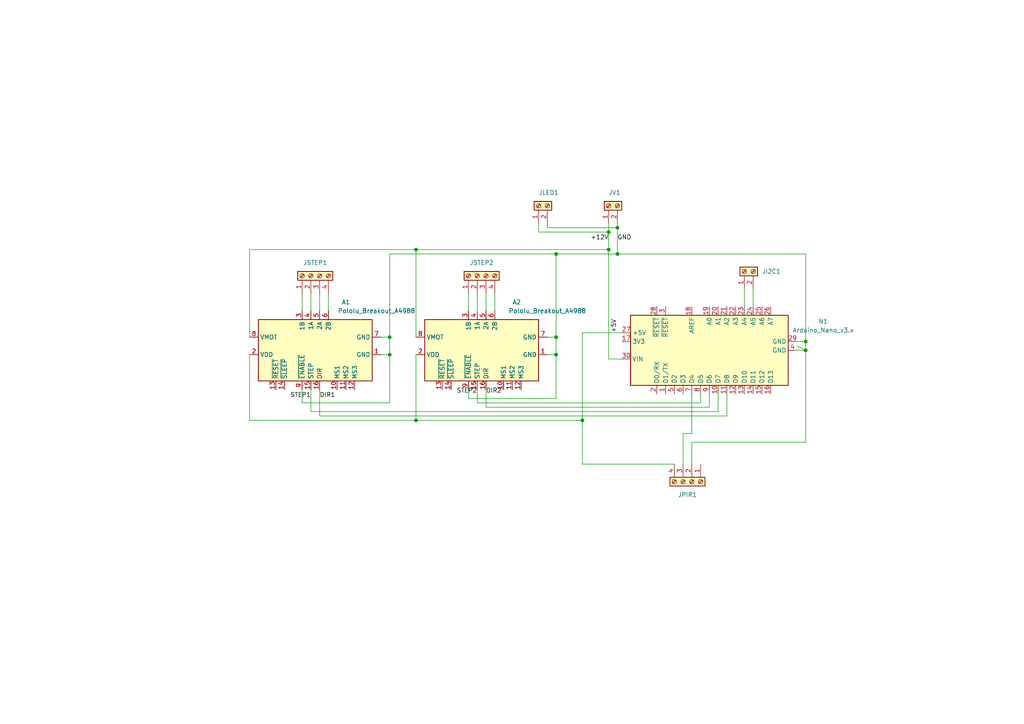
<source format=kicad_sch>
(kicad_sch (version 20211123) (generator eeschema)

  (uuid 099b7ee1-bdc1-40c9-bf13-98025659074a)

  (paper "A4")

  (lib_symbols
    (symbol "Connector:Screw_Terminal_01x02" (pin_names (offset 1.016) hide) (in_bom yes) (on_board yes)
      (property "Reference" "J" (id 0) (at 0 2.54 0)
        (effects (font (size 1.27 1.27)))
      )
      (property "Value" "Screw_Terminal_01x02" (id 1) (at 0 -5.08 0)
        (effects (font (size 1.27 1.27)))
      )
      (property "Footprint" "" (id 2) (at 0 0 0)
        (effects (font (size 1.27 1.27)) hide)
      )
      (property "Datasheet" "~" (id 3) (at 0 0 0)
        (effects (font (size 1.27 1.27)) hide)
      )
      (property "ki_keywords" "screw terminal" (id 4) (at 0 0 0)
        (effects (font (size 1.27 1.27)) hide)
      )
      (property "ki_description" "Generic screw terminal, single row, 01x02, script generated (kicad-library-utils/schlib/autogen/connector/)" (id 5) (at 0 0 0)
        (effects (font (size 1.27 1.27)) hide)
      )
      (property "ki_fp_filters" "TerminalBlock*:*" (id 6) (at 0 0 0)
        (effects (font (size 1.27 1.27)) hide)
      )
      (symbol "Screw_Terminal_01x02_1_1"
        (rectangle (start -1.27 1.27) (end 1.27 -3.81)
          (stroke (width 0.254) (type default) (color 0 0 0 0))
          (fill (type background))
        )
        (circle (center 0 -2.54) (radius 0.635)
          (stroke (width 0.1524) (type default) (color 0 0 0 0))
          (fill (type none))
        )
        (polyline
          (pts
            (xy -0.5334 -2.2098)
            (xy 0.3302 -3.048)
          )
          (stroke (width 0.1524) (type default) (color 0 0 0 0))
          (fill (type none))
        )
        (polyline
          (pts
            (xy -0.5334 0.3302)
            (xy 0.3302 -0.508)
          )
          (stroke (width 0.1524) (type default) (color 0 0 0 0))
          (fill (type none))
        )
        (polyline
          (pts
            (xy -0.3556 -2.032)
            (xy 0.508 -2.8702)
          )
          (stroke (width 0.1524) (type default) (color 0 0 0 0))
          (fill (type none))
        )
        (polyline
          (pts
            (xy -0.3556 0.508)
            (xy 0.508 -0.3302)
          )
          (stroke (width 0.1524) (type default) (color 0 0 0 0))
          (fill (type none))
        )
        (circle (center 0 0) (radius 0.635)
          (stroke (width 0.1524) (type default) (color 0 0 0 0))
          (fill (type none))
        )
        (pin passive line (at -5.08 0 0) (length 3.81)
          (name "Pin_1" (effects (font (size 1.27 1.27))))
          (number "1" (effects (font (size 1.27 1.27))))
        )
        (pin passive line (at -5.08 -2.54 0) (length 3.81)
          (name "Pin_2" (effects (font (size 1.27 1.27))))
          (number "2" (effects (font (size 1.27 1.27))))
        )
      )
    )
    (symbol "Connector:Screw_Terminal_01x04" (pin_names (offset 1.016) hide) (in_bom yes) (on_board yes)
      (property "Reference" "J" (id 0) (at 0 5.08 0)
        (effects (font (size 1.27 1.27)))
      )
      (property "Value" "Screw_Terminal_01x04" (id 1) (at 0 -7.62 0)
        (effects (font (size 1.27 1.27)))
      )
      (property "Footprint" "" (id 2) (at 0 0 0)
        (effects (font (size 1.27 1.27)) hide)
      )
      (property "Datasheet" "~" (id 3) (at 0 0 0)
        (effects (font (size 1.27 1.27)) hide)
      )
      (property "ki_keywords" "screw terminal" (id 4) (at 0 0 0)
        (effects (font (size 1.27 1.27)) hide)
      )
      (property "ki_description" "Generic screw terminal, single row, 01x04, script generated (kicad-library-utils/schlib/autogen/connector/)" (id 5) (at 0 0 0)
        (effects (font (size 1.27 1.27)) hide)
      )
      (property "ki_fp_filters" "TerminalBlock*:*" (id 6) (at 0 0 0)
        (effects (font (size 1.27 1.27)) hide)
      )
      (symbol "Screw_Terminal_01x04_1_1"
        (rectangle (start -1.27 3.81) (end 1.27 -6.35)
          (stroke (width 0.254) (type default) (color 0 0 0 0))
          (fill (type background))
        )
        (circle (center 0 -5.08) (radius 0.635)
          (stroke (width 0.1524) (type default) (color 0 0 0 0))
          (fill (type none))
        )
        (circle (center 0 -2.54) (radius 0.635)
          (stroke (width 0.1524) (type default) (color 0 0 0 0))
          (fill (type none))
        )
        (polyline
          (pts
            (xy -0.5334 -4.7498)
            (xy 0.3302 -5.588)
          )
          (stroke (width 0.1524) (type default) (color 0 0 0 0))
          (fill (type none))
        )
        (polyline
          (pts
            (xy -0.5334 -2.2098)
            (xy 0.3302 -3.048)
          )
          (stroke (width 0.1524) (type default) (color 0 0 0 0))
          (fill (type none))
        )
        (polyline
          (pts
            (xy -0.5334 0.3302)
            (xy 0.3302 -0.508)
          )
          (stroke (width 0.1524) (type default) (color 0 0 0 0))
          (fill (type none))
        )
        (polyline
          (pts
            (xy -0.5334 2.8702)
            (xy 0.3302 2.032)
          )
          (stroke (width 0.1524) (type default) (color 0 0 0 0))
          (fill (type none))
        )
        (polyline
          (pts
            (xy -0.3556 -4.572)
            (xy 0.508 -5.4102)
          )
          (stroke (width 0.1524) (type default) (color 0 0 0 0))
          (fill (type none))
        )
        (polyline
          (pts
            (xy -0.3556 -2.032)
            (xy 0.508 -2.8702)
          )
          (stroke (width 0.1524) (type default) (color 0 0 0 0))
          (fill (type none))
        )
        (polyline
          (pts
            (xy -0.3556 0.508)
            (xy 0.508 -0.3302)
          )
          (stroke (width 0.1524) (type default) (color 0 0 0 0))
          (fill (type none))
        )
        (polyline
          (pts
            (xy -0.3556 3.048)
            (xy 0.508 2.2098)
          )
          (stroke (width 0.1524) (type default) (color 0 0 0 0))
          (fill (type none))
        )
        (circle (center 0 0) (radius 0.635)
          (stroke (width 0.1524) (type default) (color 0 0 0 0))
          (fill (type none))
        )
        (circle (center 0 2.54) (radius 0.635)
          (stroke (width 0.1524) (type default) (color 0 0 0 0))
          (fill (type none))
        )
        (pin passive line (at -5.08 2.54 0) (length 3.81)
          (name "Pin_1" (effects (font (size 1.27 1.27))))
          (number "1" (effects (font (size 1.27 1.27))))
        )
        (pin passive line (at -5.08 0 0) (length 3.81)
          (name "Pin_2" (effects (font (size 1.27 1.27))))
          (number "2" (effects (font (size 1.27 1.27))))
        )
        (pin passive line (at -5.08 -2.54 0) (length 3.81)
          (name "Pin_3" (effects (font (size 1.27 1.27))))
          (number "3" (effects (font (size 1.27 1.27))))
        )
        (pin passive line (at -5.08 -5.08 0) (length 3.81)
          (name "Pin_4" (effects (font (size 1.27 1.27))))
          (number "4" (effects (font (size 1.27 1.27))))
        )
      )
    )
    (symbol "Driver_Motor:Pololu_Breakout_A4988" (in_bom yes) (on_board yes)
      (property "Reference" "A" (id 0) (at -2.54 19.05 0)
        (effects (font (size 1.27 1.27)) (justify right))
      )
      (property "Value" "Pololu_Breakout_A4988" (id 1) (at -2.54 16.51 0)
        (effects (font (size 1.27 1.27)) (justify right))
      )
      (property "Footprint" "Module:Pololu_Breakout-16_15.2x20.3mm" (id 2) (at 6.985 -19.05 0)
        (effects (font (size 1.27 1.27)) (justify left) hide)
      )
      (property "Datasheet" "https://www.pololu.com/product/2980/pictures" (id 3) (at 2.54 -7.62 0)
        (effects (font (size 1.27 1.27)) hide)
      )
      (property "ki_keywords" "Pololu Breakout Board Stepper Driver A4988" (id 4) (at 0 0 0)
        (effects (font (size 1.27 1.27)) hide)
      )
      (property "ki_description" "Pololu Breakout Board, Stepper Driver A4988" (id 5) (at 0 0 0)
        (effects (font (size 1.27 1.27)) hide)
      )
      (property "ki_fp_filters" "Pololu*Breakout*15.2x20.3mm*" (id 6) (at 0 0 0)
        (effects (font (size 1.27 1.27)) hide)
      )
      (symbol "Pololu_Breakout_A4988_0_1"
        (rectangle (start 10.16 -17.78) (end -7.62 15.24)
          (stroke (width 0.254) (type default) (color 0 0 0 0))
          (fill (type background))
        )
      )
      (symbol "Pololu_Breakout_A4988_1_1"
        (pin power_in line (at 0 -20.32 90) (length 2.54)
          (name "GND" (effects (font (size 1.27 1.27))))
          (number "1" (effects (font (size 1.27 1.27))))
        )
        (pin input line (at -10.16 -7.62 0) (length 2.54)
          (name "MS1" (effects (font (size 1.27 1.27))))
          (number "10" (effects (font (size 1.27 1.27))))
        )
        (pin input line (at -10.16 -10.16 0) (length 2.54)
          (name "MS2" (effects (font (size 1.27 1.27))))
          (number "11" (effects (font (size 1.27 1.27))))
        )
        (pin input line (at -10.16 -12.7 0) (length 2.54)
          (name "MS3" (effects (font (size 1.27 1.27))))
          (number "12" (effects (font (size 1.27 1.27))))
        )
        (pin input line (at -10.16 10.16 0) (length 2.54)
          (name "~{RESET}" (effects (font (size 1.27 1.27))))
          (number "13" (effects (font (size 1.27 1.27))))
        )
        (pin input line (at -10.16 7.62 0) (length 2.54)
          (name "~{SLEEP}" (effects (font (size 1.27 1.27))))
          (number "14" (effects (font (size 1.27 1.27))))
        )
        (pin input line (at -10.16 0 0) (length 2.54)
          (name "STEP" (effects (font (size 1.27 1.27))))
          (number "15" (effects (font (size 1.27 1.27))))
        )
        (pin input line (at -10.16 -2.54 0) (length 2.54)
          (name "DIR" (effects (font (size 1.27 1.27))))
          (number "16" (effects (font (size 1.27 1.27))))
        )
        (pin power_in line (at 0 17.78 270) (length 2.54)
          (name "VDD" (effects (font (size 1.27 1.27))))
          (number "2" (effects (font (size 1.27 1.27))))
        )
        (pin output line (at 12.7 2.54 180) (length 2.54)
          (name "1B" (effects (font (size 1.27 1.27))))
          (number "3" (effects (font (size 1.27 1.27))))
        )
        (pin output line (at 12.7 0 180) (length 2.54)
          (name "1A" (effects (font (size 1.27 1.27))))
          (number "4" (effects (font (size 1.27 1.27))))
        )
        (pin output line (at 12.7 -2.54 180) (length 2.54)
          (name "2A" (effects (font (size 1.27 1.27))))
          (number "5" (effects (font (size 1.27 1.27))))
        )
        (pin output line (at 12.7 -5.08 180) (length 2.54)
          (name "2B" (effects (font (size 1.27 1.27))))
          (number "6" (effects (font (size 1.27 1.27))))
        )
        (pin power_in line (at 5.08 -20.32 90) (length 2.54)
          (name "GND" (effects (font (size 1.27 1.27))))
          (number "7" (effects (font (size 1.27 1.27))))
        )
        (pin power_in line (at 5.08 17.78 270) (length 2.54)
          (name "VMOT" (effects (font (size 1.27 1.27))))
          (number "8" (effects (font (size 1.27 1.27))))
        )
        (pin input line (at -10.16 2.54 0) (length 2.54)
          (name "~{ENABLE}" (effects (font (size 1.27 1.27))))
          (number "9" (effects (font (size 1.27 1.27))))
        )
      )
    )
    (symbol "MCU_Module:Arduino_Nano_v3.x" (in_bom yes) (on_board yes)
      (property "Reference" "A" (id 0) (at -10.16 23.495 0)
        (effects (font (size 1.27 1.27)) (justify left bottom))
      )
      (property "Value" "Arduino_Nano_v3.x" (id 1) (at 5.08 -24.13 0)
        (effects (font (size 1.27 1.27)) (justify left top))
      )
      (property "Footprint" "Module:Arduino_Nano" (id 2) (at 0 0 0)
        (effects (font (size 1.27 1.27) italic) hide)
      )
      (property "Datasheet" "http://www.mouser.com/pdfdocs/Gravitech_Arduino_Nano3_0.pdf" (id 3) (at 0 0 0)
        (effects (font (size 1.27 1.27)) hide)
      )
      (property "ki_keywords" "Arduino nano microcontroller module USB" (id 4) (at 0 0 0)
        (effects (font (size 1.27 1.27)) hide)
      )
      (property "ki_description" "Arduino Nano v3.x" (id 5) (at 0 0 0)
        (effects (font (size 1.27 1.27)) hide)
      )
      (property "ki_fp_filters" "Arduino*Nano*" (id 6) (at 0 0 0)
        (effects (font (size 1.27 1.27)) hide)
      )
      (symbol "Arduino_Nano_v3.x_0_1"
        (rectangle (start -10.16 22.86) (end 10.16 -22.86)
          (stroke (width 0.254) (type default) (color 0 0 0 0))
          (fill (type background))
        )
      )
      (symbol "Arduino_Nano_v3.x_1_1"
        (pin bidirectional line (at -12.7 12.7 0) (length 2.54)
          (name "D1/TX" (effects (font (size 1.27 1.27))))
          (number "1" (effects (font (size 1.27 1.27))))
        )
        (pin bidirectional line (at -12.7 -2.54 0) (length 2.54)
          (name "D7" (effects (font (size 1.27 1.27))))
          (number "10" (effects (font (size 1.27 1.27))))
        )
        (pin bidirectional line (at -12.7 -5.08 0) (length 2.54)
          (name "D8" (effects (font (size 1.27 1.27))))
          (number "11" (effects (font (size 1.27 1.27))))
        )
        (pin bidirectional line (at -12.7 -7.62 0) (length 2.54)
          (name "D9" (effects (font (size 1.27 1.27))))
          (number "12" (effects (font (size 1.27 1.27))))
        )
        (pin bidirectional line (at -12.7 -10.16 0) (length 2.54)
          (name "D10" (effects (font (size 1.27 1.27))))
          (number "13" (effects (font (size 1.27 1.27))))
        )
        (pin bidirectional line (at -12.7 -12.7 0) (length 2.54)
          (name "D11" (effects (font (size 1.27 1.27))))
          (number "14" (effects (font (size 1.27 1.27))))
        )
        (pin bidirectional line (at -12.7 -15.24 0) (length 2.54)
          (name "D12" (effects (font (size 1.27 1.27))))
          (number "15" (effects (font (size 1.27 1.27))))
        )
        (pin bidirectional line (at -12.7 -17.78 0) (length 2.54)
          (name "D13" (effects (font (size 1.27 1.27))))
          (number "16" (effects (font (size 1.27 1.27))))
        )
        (pin power_out line (at 2.54 25.4 270) (length 2.54)
          (name "3V3" (effects (font (size 1.27 1.27))))
          (number "17" (effects (font (size 1.27 1.27))))
        )
        (pin input line (at 12.7 5.08 180) (length 2.54)
          (name "AREF" (effects (font (size 1.27 1.27))))
          (number "18" (effects (font (size 1.27 1.27))))
        )
        (pin bidirectional line (at 12.7 0 180) (length 2.54)
          (name "A0" (effects (font (size 1.27 1.27))))
          (number "19" (effects (font (size 1.27 1.27))))
        )
        (pin bidirectional line (at -12.7 15.24 0) (length 2.54)
          (name "D0/RX" (effects (font (size 1.27 1.27))))
          (number "2" (effects (font (size 1.27 1.27))))
        )
        (pin bidirectional line (at 12.7 -2.54 180) (length 2.54)
          (name "A1" (effects (font (size 1.27 1.27))))
          (number "20" (effects (font (size 1.27 1.27))))
        )
        (pin bidirectional line (at 12.7 -5.08 180) (length 2.54)
          (name "A2" (effects (font (size 1.27 1.27))))
          (number "21" (effects (font (size 1.27 1.27))))
        )
        (pin bidirectional line (at 12.7 -7.62 180) (length 2.54)
          (name "A3" (effects (font (size 1.27 1.27))))
          (number "22" (effects (font (size 1.27 1.27))))
        )
        (pin bidirectional line (at 12.7 -10.16 180) (length 2.54)
          (name "A4" (effects (font (size 1.27 1.27))))
          (number "23" (effects (font (size 1.27 1.27))))
        )
        (pin bidirectional line (at 12.7 -12.7 180) (length 2.54)
          (name "A5" (effects (font (size 1.27 1.27))))
          (number "24" (effects (font (size 1.27 1.27))))
        )
        (pin bidirectional line (at 12.7 -15.24 180) (length 2.54)
          (name "A6" (effects (font (size 1.27 1.27))))
          (number "25" (effects (font (size 1.27 1.27))))
        )
        (pin bidirectional line (at 12.7 -17.78 180) (length 2.54)
          (name "A7" (effects (font (size 1.27 1.27))))
          (number "26" (effects (font (size 1.27 1.27))))
        )
        (pin power_out line (at 5.08 25.4 270) (length 2.54)
          (name "+5V" (effects (font (size 1.27 1.27))))
          (number "27" (effects (font (size 1.27 1.27))))
        )
        (pin input line (at 12.7 15.24 180) (length 2.54)
          (name "~{RESET}" (effects (font (size 1.27 1.27))))
          (number "28" (effects (font (size 1.27 1.27))))
        )
        (pin power_in line (at 2.54 -25.4 90) (length 2.54)
          (name "GND" (effects (font (size 1.27 1.27))))
          (number "29" (effects (font (size 1.27 1.27))))
        )
        (pin input line (at 12.7 12.7 180) (length 2.54)
          (name "~{RESET}" (effects (font (size 1.27 1.27))))
          (number "3" (effects (font (size 1.27 1.27))))
        )
        (pin power_in line (at -2.54 25.4 270) (length 2.54)
          (name "VIN" (effects (font (size 1.27 1.27))))
          (number "30" (effects (font (size 1.27 1.27))))
        )
        (pin power_in line (at 0 -25.4 90) (length 2.54)
          (name "GND" (effects (font (size 1.27 1.27))))
          (number "4" (effects (font (size 1.27 1.27))))
        )
        (pin bidirectional line (at -12.7 10.16 0) (length 2.54)
          (name "D2" (effects (font (size 1.27 1.27))))
          (number "5" (effects (font (size 1.27 1.27))))
        )
        (pin bidirectional line (at -12.7 7.62 0) (length 2.54)
          (name "D3" (effects (font (size 1.27 1.27))))
          (number "6" (effects (font (size 1.27 1.27))))
        )
        (pin bidirectional line (at -12.7 5.08 0) (length 2.54)
          (name "D4" (effects (font (size 1.27 1.27))))
          (number "7" (effects (font (size 1.27 1.27))))
        )
        (pin bidirectional line (at -12.7 2.54 0) (length 2.54)
          (name "D5" (effects (font (size 1.27 1.27))))
          (number "8" (effects (font (size 1.27 1.27))))
        )
        (pin bidirectional line (at -12.7 0 0) (length 2.54)
          (name "D6" (effects (font (size 1.27 1.27))))
          (number "9" (effects (font (size 1.27 1.27))))
        )
      )
    )
    (symbol "Screw_Terminal_01x02_1" (pin_names (offset 1.016) hide) (in_bom yes) (on_board yes)
      (property "Reference" "JV1" (id 0) (at 3.81 0 90)
        (effects (font (size 1.27 1.27)) (justify right))
      )
      (property "Value" "Screw_Terminal_01x02" (id 1) (at -1.2699 -5.08 90)
        (effects (font (size 1.27 1.27)) (justify right) hide)
      )
      (property "Footprint" "TerminalBlock:TerminalBlock_bornier-2_P5.08mm" (id 2) (at 7.62 5.08 0)
        (effects (font (size 1.27 1.27)) hide)
      )
      (property "Datasheet" "~" (id 3) (at 0 0 0)
        (effects (font (size 1.27 1.27)) hide)
      )
      (property "ki_keywords" "screw terminal" (id 4) (at 0 0 0)
        (effects (font (size 1.27 1.27)) hide)
      )
      (property "ki_description" "Generic screw terminal, single row, 01x02, script generated (kicad-library-utils/schlib/autogen/connector/)" (id 5) (at 0 0 0)
        (effects (font (size 1.27 1.27)) hide)
      )
      (property "ki_fp_filters" "TerminalBlock*:*" (id 6) (at 0 0 0)
        (effects (font (size 1.27 1.27)) hide)
      )
      (symbol "Screw_Terminal_01x02_1_1_1"
        (rectangle (start -1.27 1.27) (end 1.27 -3.81)
          (stroke (width 0.254) (type default) (color 0 0 0 0))
          (fill (type background))
        )
        (circle (center 0 -2.54) (radius 0.635)
          (stroke (width 0.1524) (type default) (color 0 0 0 0))
          (fill (type none))
        )
        (polyline
          (pts
            (xy -0.5334 -2.2098)
            (xy 0.3302 -3.048)
          )
          (stroke (width 0.1524) (type default) (color 0 0 0 0))
          (fill (type none))
        )
        (polyline
          (pts
            (xy -0.5334 0.3302)
            (xy 0.3302 -0.508)
          )
          (stroke (width 0.1524) (type default) (color 0 0 0 0))
          (fill (type none))
        )
        (polyline
          (pts
            (xy -0.3556 -2.032)
            (xy 0.508 -2.8702)
          )
          (stroke (width 0.1524) (type default) (color 0 0 0 0))
          (fill (type none))
        )
        (polyline
          (pts
            (xy -0.3556 0.508)
            (xy 0.508 -0.3302)
          )
          (stroke (width 0.1524) (type default) (color 0 0 0 0))
          (fill (type none))
        )
        (circle (center 0 0) (radius 0.635)
          (stroke (width 0.1524) (type default) (color 0 0 0 0))
          (fill (type none))
        )
        (pin power_out line (at -5.08 0 0) (length 3.81)
          (name "+12V" (effects (font (size 1.27 1.27))))
          (number "1" (effects (font (size 1.27 1.27))))
        )
        (pin power_out line (at -5.08 -2.54 0) (length 3.81)
          (name "GND" (effects (font (size 1.27 1.27))))
          (number "2" (effects (font (size 1.27 1.27))))
        )
      )
    )
  )

  (junction (at 179.07 66.04) (diameter 0) (color 0 0 0 0)
    (uuid 5a29608a-067a-481f-88f5-23f965497ff9)
  )
  (junction (at 120.65 72.39) (diameter 0) (color 0 0 0 0)
    (uuid 6c306c4a-32a5-44fa-b39f-0c8ee404b9da)
  )
  (junction (at 113.03 97.79) (diameter 0) (color 0 0 0 0)
    (uuid 728d9895-2526-4c91-9c92-a1c58c9e2474)
  )
  (junction (at 176.53 72.39) (diameter 0) (color 0 0 0 0)
    (uuid 79fd97b6-5a58-41c8-bc02-e225ae94f05f)
  )
  (junction (at 120.65 121.92) (diameter 0) (color 0 0 0 0)
    (uuid 992b4f17-25c2-4c94-9f2b-d3ab2617c846)
  )
  (junction (at 113.03 102.87) (diameter 0) (color 0 0 0 0)
    (uuid baf3fdf7-233f-46cb-8bc0-98811b1a556d)
  )
  (junction (at 161.29 102.87) (diameter 0) (color 0 0 0 0)
    (uuid bbd10417-a212-44f0-8ef9-a5632f30c261)
  )
  (junction (at 233.68 99.06) (diameter 0) (color 0 0 0 0)
    (uuid d0a57498-630b-4cec-b50d-76d4eff876b2)
  )
  (junction (at 161.29 73.66) (diameter 0) (color 0 0 0 0)
    (uuid da86c32b-9a24-429a-831a-72bb3081c8ca)
  )
  (junction (at 176.53 67.31) (diameter 0) (color 0 0 0 0)
    (uuid de6f5f7e-fe63-4d1a-b184-20bf46f4aca9)
  )
  (junction (at 179.07 73.66) (diameter 0) (color 0 0 0 0)
    (uuid e2f12b66-fa59-40f1-963e-ceca69a9b0aa)
  )
  (junction (at 233.68 101.6) (diameter 0) (color 0 0 0 0)
    (uuid e6e57d39-d087-41f0-a65d-1a91d0438922)
  )
  (junction (at 168.91 121.92) (diameter 0) (color 0 0 0 0)
    (uuid f1ce49a1-80a9-4796-90be-4d70b0de9103)
  )
  (junction (at 161.29 97.79) (diameter 0) (color 0 0 0 0)
    (uuid fc27bf50-67e7-46d2-95bb-a8980677f8b8)
  )

  (wire (pts (xy 72.39 97.79) (xy 72.39 72.39))
    (stroke (width 0) (type default) (color 0 0 0 0))
    (uuid 066a7810-b615-4e6b-819a-b613cace3c08)
  )
  (wire (pts (xy 176.53 72.39) (xy 176.53 67.31))
    (stroke (width 0) (type default) (color 0 0 0 0))
    (uuid 06b3f6a5-88b1-4875-a7ca-9f7291a2c903)
  )
  (wire (pts (xy 138.43 85.09) (xy 138.43 90.17))
    (stroke (width 0) (type default) (color 0 0 0 0))
    (uuid 0b2f6cd8-3aa8-4d15-af0b-9e58027c5f18)
  )
  (wire (pts (xy 168.91 121.92) (xy 168.91 96.52))
    (stroke (width 0) (type default) (color 0 0 0 0))
    (uuid 0d73406b-5077-432a-8f54-c6febefb29c3)
  )
  (wire (pts (xy 90.17 113.03) (xy 90.17 119.38))
    (stroke (width 0) (type default) (color 0 0 0 0))
    (uuid 0e546978-b9b3-4244-a5fc-2e9eb71e8ba4)
  )
  (wire (pts (xy 156.21 64.77) (xy 156.21 67.31))
    (stroke (width 0) (type default) (color 0 0 0 0))
    (uuid 10319661-de2e-4d58-999b-eb7b82c4ceb7)
  )
  (wire (pts (xy 231.14 100.33) (xy 233.68 101.6))
    (stroke (width 0) (type default) (color 0 0 0 0))
    (uuid 11a8dbcf-664f-4073-a55b-de325d3ec6bc)
  )
  (wire (pts (xy 135.89 113.03) (xy 135.89 115.57))
    (stroke (width 0) (type default) (color 0 0 0 0))
    (uuid 161c4765-eb9e-4f8a-a1af-34fbbfdccb93)
  )
  (wire (pts (xy 87.63 85.09) (xy 87.63 90.17))
    (stroke (width 0) (type default) (color 0 0 0 0))
    (uuid 1679dc3e-0eeb-41ad-97b5-0fee5e88558b)
  )
  (wire (pts (xy 215.9 83.82) (xy 215.9 88.9))
    (stroke (width 0) (type default) (color 0 0 0 0))
    (uuid 1ba57255-e464-4dfd-8cd2-5493f1daf546)
  )
  (wire (pts (xy 176.53 67.31) (xy 176.53 64.77))
    (stroke (width 0) (type default) (color 0 0 0 0))
    (uuid 1ec61c7e-f550-4bc7-a397-04ce8528fb99)
  )
  (wire (pts (xy 135.89 85.09) (xy 135.89 90.17))
    (stroke (width 0) (type default) (color 0 0 0 0))
    (uuid 24d7dd19-1772-48cd-912f-39ffd3997691)
  )
  (wire (pts (xy 113.03 73.66) (xy 161.29 73.66))
    (stroke (width 0) (type default) (color 0 0 0 0))
    (uuid 2899e621-f633-468e-a18b-7e24920ce678)
  )
  (wire (pts (xy 176.53 104.14) (xy 180.34 104.14))
    (stroke (width 0) (type default) (color 0 0 0 0))
    (uuid 2f98ad6f-5e0c-4f24-b26f-3d7f4dd73719)
  )
  (wire (pts (xy 158.75 66.04) (xy 179.07 66.04))
    (stroke (width 0) (type default) (color 0 0 0 0))
    (uuid 32468092-d44a-4e91-972c-abd058b9f074)
  )
  (wire (pts (xy 200.66 125.73) (xy 200.66 114.3))
    (stroke (width 0) (type default) (color 0 0 0 0))
    (uuid 34b61703-e77b-4897-96c0-02ddf3292fb2)
  )
  (wire (pts (xy 92.71 85.09) (xy 92.71 90.17))
    (stroke (width 0) (type default) (color 0 0 0 0))
    (uuid 386bab5e-1a91-400c-ac60-283d7efb05cb)
  )
  (wire (pts (xy 210.82 114.3) (xy 210.82 120.65))
    (stroke (width 0) (type default) (color 0 0 0 0))
    (uuid 391ef72a-414b-4266-af1f-51fb9a517737)
  )
  (wire (pts (xy 168.91 96.52) (xy 180.34 96.52))
    (stroke (width 0) (type default) (color 0 0 0 0))
    (uuid 3fb39d97-981f-46c1-9b85-27be51ed0966)
  )
  (wire (pts (xy 143.51 85.09) (xy 143.51 90.17))
    (stroke (width 0) (type default) (color 0 0 0 0))
    (uuid 3fea935b-cb08-40d3-bbd1-40cf69c7dd6f)
  )
  (wire (pts (xy 161.29 73.66) (xy 161.29 97.79))
    (stroke (width 0) (type default) (color 0 0 0 0))
    (uuid 4145bfb8-dd1c-4f58-9824-ca9c10d3c96b)
  )
  (wire (pts (xy 210.82 120.65) (xy 92.71 120.65))
    (stroke (width 0) (type default) (color 0 0 0 0))
    (uuid 4474b64d-53b7-42d2-adb9-3a5564ce62e8)
  )
  (wire (pts (xy 203.2 116.84) (xy 138.43 116.84))
    (stroke (width 0) (type default) (color 0 0 0 0))
    (uuid 4881403a-bccf-4a9d-bd0d-48d7702d1404)
  )
  (wire (pts (xy 95.25 85.09) (xy 95.25 90.17))
    (stroke (width 0) (type default) (color 0 0 0 0))
    (uuid 49c1a9f8-121d-4baf-a18f-ceef38fbc8a0)
  )
  (wire (pts (xy 208.28 119.38) (xy 90.17 119.38))
    (stroke (width 0) (type default) (color 0 0 0 0))
    (uuid 4d6fc2b0-a674-43d8-b870-9c50cfe5a7dc)
  )
  (wire (pts (xy 135.89 115.57) (xy 161.29 115.57))
    (stroke (width 0) (type default) (color 0 0 0 0))
    (uuid 504f90db-602a-481c-a1d3-22314ad909de)
  )
  (wire (pts (xy 168.91 134.62) (xy 168.91 121.92))
    (stroke (width 0) (type default) (color 0 0 0 0))
    (uuid 506eef83-b361-44a7-a42f-b3bbb32432f7)
  )
  (wire (pts (xy 120.65 97.79) (xy 120.65 72.39))
    (stroke (width 0) (type default) (color 0 0 0 0))
    (uuid 50847467-4118-4197-9caa-c236db13f86d)
  )
  (wire (pts (xy 140.97 85.09) (xy 140.97 90.17))
    (stroke (width 0) (type default) (color 0 0 0 0))
    (uuid 51b51561-6760-45d6-907e-7e7244ae0240)
  )
  (wire (pts (xy 156.21 67.31) (xy 176.53 67.31))
    (stroke (width 0) (type default) (color 0 0 0 0))
    (uuid 5257f351-50a5-4750-896e-54e35ca0b08a)
  )
  (wire (pts (xy 120.65 72.39) (xy 176.53 72.39))
    (stroke (width 0) (type default) (color 0 0 0 0))
    (uuid 531aafc5-c767-486f-b669-6f8a118c1224)
  )
  (wire (pts (xy 158.75 64.77) (xy 158.75 66.04))
    (stroke (width 0) (type default) (color 0 0 0 0))
    (uuid 577a2177-a430-463b-ac43-26e9739a613c)
  )
  (wire (pts (xy 195.58 134.62) (xy 168.91 134.62))
    (stroke (width 0) (type default) (color 0 0 0 0))
    (uuid 585eb00e-4622-4eea-adaa-4de3faa4d956)
  )
  (wire (pts (xy 72.39 102.87) (xy 72.39 121.92))
    (stroke (width 0) (type default) (color 0 0 0 0))
    (uuid 5bb4c79d-2195-4d04-bb7c-fb4cbfeda090)
  )
  (wire (pts (xy 205.74 114.3) (xy 205.74 118.11))
    (stroke (width 0) (type default) (color 0 0 0 0))
    (uuid 5d7cb94d-7a62-41b7-aeeb-0ac5280bd4eb)
  )
  (wire (pts (xy 72.39 121.92) (xy 120.65 121.92))
    (stroke (width 0) (type default) (color 0 0 0 0))
    (uuid 6365090f-4064-4a49-ac7d-2b39e94edcba)
  )
  (wire (pts (xy 179.07 73.66) (xy 161.29 73.66))
    (stroke (width 0) (type default) (color 0 0 0 0))
    (uuid 64aade67-c2f5-4a7e-b64f-1b7d85f7f3e7)
  )
  (wire (pts (xy 179.07 64.77) (xy 179.07 66.04))
    (stroke (width 0) (type default) (color 0 0 0 0))
    (uuid 67fe7cf2-cf80-4016-a0a8-7cb6516609ff)
  )
  (wire (pts (xy 218.44 83.82) (xy 218.44 88.9))
    (stroke (width 0) (type default) (color 0 0 0 0))
    (uuid 6c7393e8-42c4-441a-8f48-062067f16c2f)
  )
  (wire (pts (xy 161.29 102.87) (xy 161.29 97.79))
    (stroke (width 0) (type default) (color 0 0 0 0))
    (uuid 6daa7efc-3cae-495b-a9d8-54058c9e99ed)
  )
  (wire (pts (xy 179.07 66.04) (xy 179.07 73.66))
    (stroke (width 0) (type default) (color 0 0 0 0))
    (uuid 6f24cea3-4394-4dfe-bbf4-4061e7dbc096)
  )
  (wire (pts (xy 231.14 101.6) (xy 233.68 101.6))
    (stroke (width 0) (type default) (color 0 0 0 0))
    (uuid 71732aea-0dbf-4af6-aacf-e7ecfa7e1954)
  )
  (wire (pts (xy 92.71 120.65) (xy 92.71 113.03))
    (stroke (width 0) (type default) (color 0 0 0 0))
    (uuid 72e893d9-d0e7-4772-bf94-131c793dd1cd)
  )
  (wire (pts (xy 120.65 121.92) (xy 168.91 121.92))
    (stroke (width 0) (type default) (color 0 0 0 0))
    (uuid 75b611ad-e173-4b46-8d1c-ab1192abc397)
  )
  (wire (pts (xy 72.39 72.39) (xy 120.65 72.39))
    (stroke (width 0) (type default) (color 0 0 0 0))
    (uuid 856f516c-fb56-475d-b7ec-57b9d6408732)
  )
  (wire (pts (xy 113.03 97.79) (xy 113.03 102.87))
    (stroke (width 0) (type default) (color 0 0 0 0))
    (uuid 871f78c2-9e62-4f91-91f3-b252ce2f2ad5)
  )
  (wire (pts (xy 203.2 114.3) (xy 203.2 116.84))
    (stroke (width 0) (type default) (color 0 0 0 0))
    (uuid 8abe90a2-ae40-4f65-869f-c5cfa64c078f)
  )
  (wire (pts (xy 110.49 97.79) (xy 113.03 97.79))
    (stroke (width 0) (type default) (color 0 0 0 0))
    (uuid 8cf5f7b1-2c67-4b18-be2d-29d2318ba555)
  )
  (wire (pts (xy 200.66 134.62) (xy 200.66 128.27))
    (stroke (width 0) (type default) (color 0 0 0 0))
    (uuid 9c0df58b-b59c-4e58-ab03-2786437715ba)
  )
  (wire (pts (xy 205.74 118.11) (xy 140.97 118.11))
    (stroke (width 0) (type default) (color 0 0 0 0))
    (uuid 9f25a426-8a94-4132-8c24-0a7a0460e304)
  )
  (wire (pts (xy 113.03 102.87) (xy 113.03 116.84))
    (stroke (width 0) (type default) (color 0 0 0 0))
    (uuid 9f9b6384-4cc2-4d07-bf06-0db952509796)
  )
  (wire (pts (xy 161.29 97.79) (xy 158.75 97.79))
    (stroke (width 0) (type default) (color 0 0 0 0))
    (uuid 9fdb7b99-6530-4eda-a7cb-6b6208d08918)
  )
  (wire (pts (xy 231.14 99.06) (xy 233.68 99.06))
    (stroke (width 0) (type default) (color 0 0 0 0))
    (uuid a095c3c7-0a7d-4e26-a766-dc53327d32d5)
  )
  (wire (pts (xy 208.28 114.3) (xy 208.28 119.38))
    (stroke (width 0) (type default) (color 0 0 0 0))
    (uuid a2182cb4-e3f1-4a87-a446-886df6186bf8)
  )
  (wire (pts (xy 120.65 102.87) (xy 120.65 121.92))
    (stroke (width 0) (type default) (color 0 0 0 0))
    (uuid a8bf15a9-b8a6-45c0-960c-0ee163f1a9e2)
  )
  (wire (pts (xy 179.07 73.66) (xy 233.68 73.66))
    (stroke (width 0) (type default) (color 0 0 0 0))
    (uuid a8defa7b-1883-41cc-8beb-cff9fd54f47a)
  )
  (wire (pts (xy 233.68 128.27) (xy 233.68 101.6))
    (stroke (width 0) (type default) (color 0 0 0 0))
    (uuid b2895e34-57f8-4108-8c4b-a07c1bcd8547)
  )
  (wire (pts (xy 176.53 72.39) (xy 176.53 104.14))
    (stroke (width 0) (type default) (color 0 0 0 0))
    (uuid b489327d-ea7a-4600-b782-d0fa51fd5198)
  )
  (wire (pts (xy 138.43 116.84) (xy 138.43 113.03))
    (stroke (width 0) (type default) (color 0 0 0 0))
    (uuid bfcf92ea-22ec-4333-a4c3-db7d95c8ba5d)
  )
  (wire (pts (xy 113.03 73.66) (xy 113.03 97.79))
    (stroke (width 0) (type default) (color 0 0 0 0))
    (uuid c087ace0-5114-4e8e-880f-871cab5264ee)
  )
  (wire (pts (xy 233.68 99.06) (xy 233.68 73.66))
    (stroke (width 0) (type default) (color 0 0 0 0))
    (uuid c1b3b20b-f298-4fff-9177-30a44c3718ca)
  )
  (wire (pts (xy 161.29 115.57) (xy 161.29 102.87))
    (stroke (width 0) (type default) (color 0 0 0 0))
    (uuid ca58a863-c286-4780-b8c6-4b454e5004a4)
  )
  (wire (pts (xy 87.63 113.03) (xy 87.63 116.84))
    (stroke (width 0) (type default) (color 0 0 0 0))
    (uuid d3fd0193-25d2-499b-b7f2-3a0b2a9cd5b9)
  )
  (wire (pts (xy 200.66 128.27) (xy 233.68 128.27))
    (stroke (width 0) (type default) (color 0 0 0 0))
    (uuid e72177f7-9f53-40fa-bd27-99024a4a08d0)
  )
  (wire (pts (xy 110.49 102.87) (xy 113.03 102.87))
    (stroke (width 0) (type default) (color 0 0 0 0))
    (uuid ea7c02b1-cddc-4df5-9b9b-7275a213b221)
  )
  (wire (pts (xy 158.75 102.87) (xy 161.29 102.87))
    (stroke (width 0) (type default) (color 0 0 0 0))
    (uuid eb6832f6-259c-4da8-8dc2-1389cec46703)
  )
  (wire (pts (xy 198.12 125.73) (xy 200.66 125.73))
    (stroke (width 0) (type default) (color 0 0 0 0))
    (uuid ec5e3aca-180c-447e-aff6-bb30bb8085f1)
  )
  (wire (pts (xy 87.63 116.84) (xy 113.03 116.84))
    (stroke (width 0) (type default) (color 0 0 0 0))
    (uuid ed4797df-f106-4192-b83d-bb4d8c8e68eb)
  )
  (wire (pts (xy 233.68 101.6) (xy 233.68 99.06))
    (stroke (width 0) (type default) (color 0 0 0 0))
    (uuid edf7c4c3-e936-417f-afc4-1f98ced7eddd)
  )
  (wire (pts (xy 90.17 85.09) (xy 90.17 90.17))
    (stroke (width 0) (type default) (color 0 0 0 0))
    (uuid efff48b1-272b-44b2-94d4-47533b54e58c)
  )
  (wire (pts (xy 198.12 134.62) (xy 198.12 125.73))
    (stroke (width 0) (type default) (color 0 0 0 0))
    (uuid f93e418b-3e8a-4b02-adaf-4893d3070ff9)
  )
  (wire (pts (xy 140.97 113.03) (xy 140.97 118.11))
    (stroke (width 0) (type default) (color 0 0 0 0))
    (uuid fc01f038-a522-4b33-87e1-c11ee8faab06)
  )

  (label "DIR1" (at 92.71 115.57 0)
    (effects (font (size 1.27 1.27)) (justify left bottom))
    (uuid 112f9495-eaf5-42e5-982e-a00748794c5e)
  )
  (label "+5V" (at 179.07 96.52 90)
    (effects (font (size 1.27 1.27)) (justify left bottom))
    (uuid 1cb84fe0-9aaf-4601-85f5-54402a27f30a)
  )
  (label "DIR2" (at 140.97 114.3 0)
    (effects (font (size 1.27 1.27)) (justify left bottom))
    (uuid 37496baa-80fa-45aa-a811-c3f5588a44e7)
  )
  (label "STEP1" (at 90.17 115.57 180)
    (effects (font (size 1.27 1.27)) (justify right bottom))
    (uuid 8a0d0a08-5964-4185-9b23-52df0c8c1f03)
  )
  (label "+12V" (at 176.53 69.85 180)
    (effects (font (size 1.27 1.27)) (justify right bottom))
    (uuid ab8e0198-cca0-47d2-8b5e-563e05c9ed86)
  )
  (label "GND" (at 179.07 69.85 0)
    (effects (font (size 1.27 1.27)) (justify left bottom))
    (uuid c98190fe-5afb-4a27-9867-78d4e2142ed0)
  )
  (label "STEP2" (at 138.43 114.3 180)
    (effects (font (size 1.27 1.27)) (justify right bottom))
    (uuid f6f87188-ea2b-4977-9194-568e17213451)
  )

  (symbol (lib_id "Connector:Screw_Terminal_01x04") (at 90.17 80.01 90) (unit 1)
    (in_bom yes) (on_board yes) (fields_autoplaced)
    (uuid 0afe03e5-f72f-4192-a060-0f9e3139d9d7)
    (property "Reference" "JSTEP1" (id 0) (at 91.44 76.2 90))
    (property "Value" "Screw_Terminal_01x04" (id 1) (at 91.44 76.2 90)
      (effects (font (size 1.27 1.27)) hide)
    )
    (property "Footprint" "TerminalBlock:TerminalBlock_bornier-4_P5.08mm" (id 2) (at 90.17 80.01 0)
      (effects (font (size 1.27 1.27)) hide)
    )
    (property "Datasheet" "~" (id 3) (at 90.17 80.01 0)
      (effects (font (size 1.27 1.27)) hide)
    )
    (pin "1" (uuid 421d0d6b-fb02-40d8-9261-f0cae30645a6))
    (pin "2" (uuid a9f18a37-d0dc-4057-9be3-7ce93cc97f3e))
    (pin "3" (uuid b3ad5fbb-9755-45c1-aa72-b5b0c8765086))
    (pin "4" (uuid b7c606a1-d006-4eea-a1a6-9634154531ff))
  )

  (symbol (lib_id "MCU_Module:Arduino_Nano_v3.x") (at 205.74 101.6 90) (unit 1)
    (in_bom yes) (on_board yes) (fields_autoplaced)
    (uuid 146f20b7-e7c1-441a-9850-b2a89b5ef3ff)
    (property "Reference" "N1" (id 0) (at 238.76 93.2305 90))
    (property "Value" "Arduino_Nano_v3.x" (id 1) (at 238.76 95.7705 90))
    (property "Footprint" "Module:Arduino_Nano" (id 2) (at 205.74 101.6 0)
      (effects (font (size 1.27 1.27) italic) hide)
    )
    (property "Datasheet" "http://www.mouser.com/pdfdocs/Gravitech_Arduino_Nano3_0.pdf" (id 3) (at 205.74 101.6 0)
      (effects (font (size 1.27 1.27)) hide)
    )
    (pin "1" (uuid 9b72f801-efda-4519-b7b8-d34890e681e6))
    (pin "10" (uuid fc5d87b5-a612-43f3-99e8-ac8fb8b64cf7))
    (pin "11" (uuid 6d0267f5-c5e3-4022-a986-77a2344b0c7f))
    (pin "12" (uuid 395fde44-7b5a-4c0a-b96b-525b9c5a882b))
    (pin "13" (uuid c9466e03-8f1c-4533-9c04-87f228e55ed9))
    (pin "14" (uuid 902791b2-d8e4-43a9-82d2-1d6f4afed2d3))
    (pin "15" (uuid 0f1be292-af53-434b-9828-6f1d280300cf))
    (pin "16" (uuid 47eee592-3cd6-4ad9-9cf2-bf20914f2a0e))
    (pin "17" (uuid d04781b3-9080-4ea8-a6e4-b8d0873607a6))
    (pin "18" (uuid edc1a59f-4ce4-486b-ae9b-6d927d09e16c))
    (pin "19" (uuid 018ea968-58c9-4b8c-981a-3fe1647c4e8d))
    (pin "2" (uuid 3a25f54a-b684-4285-b605-5ccb0766eb08))
    (pin "20" (uuid 0eff5050-a777-471d-9602-9c8a28433208))
    (pin "21" (uuid 2ffd1eaa-7cb0-4ec4-9af7-b95ffb43a8c6))
    (pin "22" (uuid 30032b2b-e782-4a9d-ad4b-b2b025905e71))
    (pin "23" (uuid bb89a499-db35-454b-ad99-00a8247cd2de))
    (pin "24" (uuid 58e2f72a-1aff-477e-88e2-de34024bbbcb))
    (pin "25" (uuid 0de30112-ea3b-429a-aea6-d3655919a1f0))
    (pin "26" (uuid ade4b757-a0df-43c0-8105-254bb21aa7c2))
    (pin "27" (uuid 3af6393e-4db4-44c6-a046-75813027a761))
    (pin "28" (uuid 4edf8d44-cd8c-4a7d-9433-78f338f28b19))
    (pin "29" (uuid 3f385228-5e7a-472e-a6a6-762ef18ae5fa))
    (pin "3" (uuid 78827815-14ba-44df-907f-030ab43dbafc))
    (pin "30" (uuid f040cdbd-57af-420c-a556-50572287d7f5))
    (pin "4" (uuid f01218d8-a05e-44fe-bc0b-1040b132b63f))
    (pin "5" (uuid 03472eb2-05e8-419f-a7a2-4f9c24b48842))
    (pin "6" (uuid cd46e979-b870-43f9-8804-18d5b63781c0))
    (pin "7" (uuid 95b25146-f974-4b94-add0-2c1f4458f441))
    (pin "8" (uuid f2d957c5-863b-4ec6-9f3a-a1ea36f2cca0))
    (pin "9" (uuid d8125717-e620-4f03-89c1-8ac895859b4d))
  )

  (symbol (lib_id "Driver_Motor:Pololu_Breakout_A4988") (at 90.17 102.87 90) (unit 1)
    (in_bom yes) (on_board yes)
    (uuid 2a8826df-f8db-4a37-af7e-d11dcc2d1e80)
    (property "Reference" "A1" (id 0) (at 100.33 87.63 90))
    (property "Value" "Pololu_Breakout_A4988" (id 1) (at 109.22 90.17 90))
    (property "Footprint" "Module:Pololu_Breakout-16_15.2x20.3mm" (id 2) (at 109.22 95.885 0)
      (effects (font (size 1.27 1.27)) (justify left) hide)
    )
    (property "Datasheet" "https://www.pololu.com/product/2980/pictures" (id 3) (at 97.79 100.33 0)
      (effects (font (size 1.27 1.27)) hide)
    )
    (pin "1" (uuid b6e25650-301b-4735-ac70-4f333933e56a))
    (pin "10" (uuid 48da30e7-b820-4881-b282-9c255b2e16ff))
    (pin "11" (uuid b2549f87-ecfd-4185-b5aa-5b9937781063))
    (pin "12" (uuid c1b9b5ea-d2ea-430d-b106-28741d14db60))
    (pin "13" (uuid ff351fce-3921-4bde-b8cb-bd40f5896950))
    (pin "14" (uuid c8c42431-8807-472a-afbb-42181889a740))
    (pin "15" (uuid 1e06b4ba-208b-488a-be76-121b388a6aa1))
    (pin "16" (uuid 4da1527e-c088-4a7d-b9d6-5062672bc999))
    (pin "2" (uuid bbc6ef23-4712-4caa-b8f1-e6c5f57a4fee))
    (pin "3" (uuid 1e567ac5-aa50-432e-8f20-108e41fc95ec))
    (pin "4" (uuid 8a4d90b2-ff0c-4870-be67-513254eec9c5))
    (pin "5" (uuid ae2b1ac6-af77-4cfa-8dab-afd6b56f5592))
    (pin "6" (uuid 541c49c9-ad01-4d88-900d-8dde0254bebf))
    (pin "7" (uuid 4872a433-f50b-427b-b358-7fa8bb7051ca))
    (pin "8" (uuid 1bd25ea1-506d-4eb0-b53d-600b92997bb5))
    (pin "9" (uuid 457cb6b3-402d-4c84-a9ac-6098c50adaf0))
  )

  (symbol (lib_id "Connector:Screw_Terminal_01x02") (at 215.9 78.74 90) (unit 1)
    (in_bom yes) (on_board yes) (fields_autoplaced)
    (uuid 2ca6ec4d-d261-4178-bb69-fbca5d14b357)
    (property "Reference" "JI2C1" (id 0) (at 220.98 78.7399 90)
      (effects (font (size 1.27 1.27)) (justify right))
    )
    (property "Value" "Screw_Terminal_01x02" (id 1) (at 220.98 80.0099 90)
      (effects (font (size 1.27 1.27)) (justify right) hide)
    )
    (property "Footprint" "TerminalBlock:TerminalBlock_bornier-2_P5.08mm" (id 2) (at 215.9 78.74 0)
      (effects (font (size 1.27 1.27)) hide)
    )
    (property "Datasheet" "~" (id 3) (at 215.9 78.74 0)
      (effects (font (size 1.27 1.27)) hide)
    )
    (pin "1" (uuid d5dda4c1-af0b-4544-b01c-b62fc1a11e57))
    (pin "2" (uuid fe35ca37-0251-4e8c-8305-feb93faa292b))
  )

  (symbol (lib_name "Screw_Terminal_01x02_1") (lib_id "Connector:Screw_Terminal_01x02") (at 176.53 59.69 90) (unit 1)
    (in_bom yes) (on_board yes)
    (uuid 51dea40b-c906-4568-8688-6c6b3e54b364)
    (property "Reference" "JV1" (id 0) (at 176.53 55.88 90)
      (effects (font (size 1.27 1.27)) (justify right))
    )
    (property "Value" "Screw_Terminal_01x02" (id 1) (at 181.61 60.9599 90)
      (effects (font (size 1.27 1.27)) (justify right) hide)
    )
    (property "Footprint" "TerminalBlock:TerminalBlock_bornier-2_P5.08mm" (id 2) (at 171.45 52.07 0)
      (effects (font (size 1.27 1.27)) hide)
    )
    (property "Datasheet" "~" (id 3) (at 176.53 59.69 0)
      (effects (font (size 1.27 1.27)) hide)
    )
    (pin "1" (uuid 864614cb-2604-4ae2-bfb2-0ddba32ce23a))
    (pin "2" (uuid 64640f77-8b96-4447-816d-504944d465ad))
  )

  (symbol (lib_id "Connector:Screw_Terminal_01x04") (at 138.43 80.01 90) (unit 1)
    (in_bom yes) (on_board yes) (fields_autoplaced)
    (uuid b4c86ae7-50d7-4b0a-b7c9-23d2b4380727)
    (property "Reference" "JSTEP2" (id 0) (at 139.7 76.2 90))
    (property "Value" "Screw_Terminal_01x04" (id 1) (at 139.7 76.2 90)
      (effects (font (size 1.27 1.27)) hide)
    )
    (property "Footprint" "TerminalBlock:TerminalBlock_bornier-4_P5.08mm" (id 2) (at 138.43 80.01 0)
      (effects (font (size 1.27 1.27)) hide)
    )
    (property "Datasheet" "~" (id 3) (at 138.43 80.01 0)
      (effects (font (size 1.27 1.27)) hide)
    )
    (pin "1" (uuid 25cb7b28-fec6-42c5-8ecc-b295ac113259))
    (pin "2" (uuid a2ed2b89-ebed-4de8-8fcb-a1adba6038f1))
    (pin "3" (uuid a289d5c4-eca4-4aa9-9353-061c19b17399))
    (pin "4" (uuid fcf766e2-32f4-4e9e-8c3b-d8faf633c77c))
  )

  (symbol (lib_id "Connector:Screw_Terminal_01x02") (at 156.21 59.69 90) (unit 1)
    (in_bom yes) (on_board yes)
    (uuid c2b93d2b-9cdf-4015-8fa2-935e8f754817)
    (property "Reference" "JLED1" (id 0) (at 156.21 55.88 90)
      (effects (font (size 1.27 1.27)) (justify right))
    )
    (property "Value" "Screw_Terminal_01x02" (id 1) (at 161.29 60.9599 90)
      (effects (font (size 1.27 1.27)) (justify right) hide)
    )
    (property "Footprint" "TerminalBlock:TerminalBlock_bornier-2_P5.08mm" (id 2) (at 156.21 59.69 0)
      (effects (font (size 1.27 1.27)) hide)
    )
    (property "Datasheet" "~" (id 3) (at 156.21 59.69 0)
      (effects (font (size 1.27 1.27)) hide)
    )
    (pin "1" (uuid 0ec54dcf-4633-41d8-879f-6a05d9ef4b99))
    (pin "2" (uuid 31bb0cbc-debf-43e7-9991-80b38fd9d11a))
  )

  (symbol (lib_id "Driver_Motor:Pololu_Breakout_A4988") (at 138.43 102.87 90) (unit 1)
    (in_bom yes) (on_board yes)
    (uuid e6249a68-4556-4475-a761-2d0ebb28cb17)
    (property "Reference" "A2" (id 0) (at 149.86 87.63 90))
    (property "Value" "Pololu_Breakout_A4988" (id 1) (at 158.75 90.17 90))
    (property "Footprint" "Module:Pololu_Breakout-16_15.2x20.3mm" (id 2) (at 157.48 95.885 0)
      (effects (font (size 1.27 1.27)) (justify left) hide)
    )
    (property "Datasheet" "https://www.pololu.com/product/2980/pictures" (id 3) (at 146.05 100.33 0)
      (effects (font (size 1.27 1.27)) hide)
    )
    (pin "1" (uuid 0c504794-a0e7-4efb-a44d-0e18c1403f6c))
    (pin "10" (uuid 13e93cd8-1d66-44a6-a9e5-05d4b3d52f8a))
    (pin "11" (uuid 747ccd92-27f6-4536-8c69-d02579027e24))
    (pin "12" (uuid 11a71da3-78c5-45a4-94ae-ea80df37a257))
    (pin "13" (uuid 7a042dd7-e04c-4a8e-952f-7d73a8af2cea))
    (pin "14" (uuid 1d85b9b4-3b0a-490f-ba09-8f0b6a527d53))
    (pin "15" (uuid 4fdd3274-8812-4dd8-ad85-64f5d855bd57))
    (pin "16" (uuid ce7f683e-0121-4da8-8732-dd0477a00848))
    (pin "2" (uuid a0bfa985-7e74-4e2b-94a9-155184680540))
    (pin "3" (uuid 9433d98a-6179-445d-9d89-e6e782a76abe))
    (pin "4" (uuid f62bbde6-203b-4a9b-89df-b513c88300b8))
    (pin "5" (uuid 618d1924-be9a-42a1-bdcc-21cbad2404b2))
    (pin "6" (uuid 310d3a43-006d-40a8-9f43-6b4de9c5c026))
    (pin "7" (uuid 5bc2978c-ee71-462f-9b7a-ec752f1bead5))
    (pin "8" (uuid 43744ef5-d6e5-4e31-b127-6d1ff39f07f2))
    (pin "9" (uuid 11a6bcf0-e078-4c87-bd90-2f94937b24f8))
  )

  (symbol (lib_id "Connector:Screw_Terminal_01x04") (at 200.66 139.7 270) (unit 1)
    (in_bom yes) (on_board yes) (fields_autoplaced)
    (uuid f283451f-4e4c-402a-8947-1ad1827ac702)
    (property "Reference" "JPIR1" (id 0) (at 199.39 143.51 90))
    (property "Value" "Screw_Terminal_01x04" (id 1) (at 199.39 146.05 90)
      (effects (font (size 1.27 1.27)) hide)
    )
    (property "Footprint" "TerminalBlock:TerminalBlock_bornier-4_P5.08mm" (id 2) (at 200.66 139.7 0)
      (effects (font (size 1.27 1.27)) hide)
    )
    (property "Datasheet" "~" (id 3) (at 200.66 139.7 0)
      (effects (font (size 1.27 1.27)) hide)
    )
    (pin "1" (uuid 4c2cb432-b0a4-4656-8a8a-d2c9f743aae2))
    (pin "2" (uuid eb4f00b7-e556-4f25-a736-8b5d48a60186))
    (pin "3" (uuid d4896d7d-bfb9-4fa6-9025-ed93c287d995))
    (pin "4" (uuid db6e5c52-1d79-41a7-96d2-a39101132eb0))
  )

  (sheet_instances
    (path "/" (page "1"))
  )

  (symbol_instances
    (path "/2a8826df-f8db-4a37-af7e-d11dcc2d1e80"
      (reference "A1") (unit 1) (value "Pololu_Breakout_A4988") (footprint "Module:Pololu_Breakout-16_15.2x20.3mm")
    )
    (path "/e6249a68-4556-4475-a761-2d0ebb28cb17"
      (reference "A2") (unit 1) (value "Pololu_Breakout_A4988") (footprint "Module:Pololu_Breakout-16_15.2x20.3mm")
    )
    (path "/2ca6ec4d-d261-4178-bb69-fbca5d14b357"
      (reference "JI2C1") (unit 1) (value "Screw_Terminal_01x02") (footprint "TerminalBlock:TerminalBlock_bornier-2_P5.08mm")
    )
    (path "/c2b93d2b-9cdf-4015-8fa2-935e8f754817"
      (reference "JLED1") (unit 1) (value "Screw_Terminal_01x02") (footprint "TerminalBlock:TerminalBlock_bornier-2_P5.08mm")
    )
    (path "/f283451f-4e4c-402a-8947-1ad1827ac702"
      (reference "JPIR1") (unit 1) (value "Screw_Terminal_01x04") (footprint "TerminalBlock:TerminalBlock_bornier-4_P5.08mm")
    )
    (path "/0afe03e5-f72f-4192-a060-0f9e3139d9d7"
      (reference "JSTEP1") (unit 1) (value "Screw_Terminal_01x04") (footprint "TerminalBlock:TerminalBlock_bornier-4_P5.08mm")
    )
    (path "/b4c86ae7-50d7-4b0a-b7c9-23d2b4380727"
      (reference "JSTEP2") (unit 1) (value "Screw_Terminal_01x04") (footprint "TerminalBlock:TerminalBlock_bornier-4_P5.08mm")
    )
    (path "/51dea40b-c906-4568-8688-6c6b3e54b364"
      (reference "JV1") (unit 1) (value "Screw_Terminal_01x02") (footprint "TerminalBlock:TerminalBlock_bornier-2_P5.08mm")
    )
    (path "/146f20b7-e7c1-441a-9850-b2a89b5ef3ff"
      (reference "N1") (unit 1) (value "Arduino_Nano_v3.x") (footprint "Module:Arduino_Nano")
    )
  )
)

</source>
